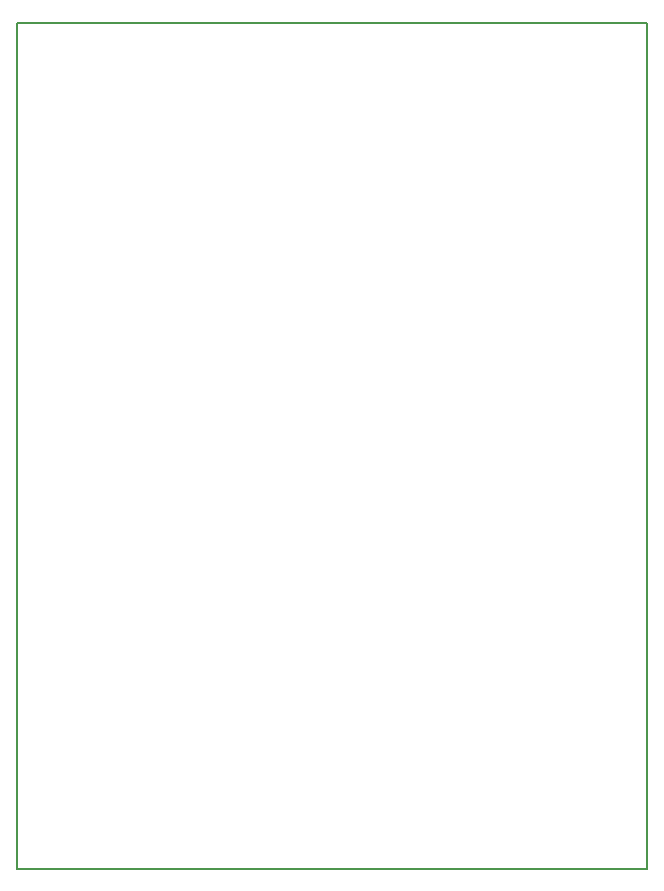
<source format=gbr>
G04 #@! TF.FileFunction,*
%FSLAX46Y46*%
G04 Gerber Fmt 4.6, Leading zero omitted, Abs format (unit mm)*
G04 Created by KiCad (PCBNEW 0.201503020946+5465~21~ubuntu14.04.1-product) date Mon 16 Mär 2015 16:05:42 CET*
%MOMM*%
G01*
G04 APERTURE LIST*
%ADD10C,0.100000*%
%ADD11C,0.200000*%
G04 APERTURE END LIST*
D10*
D11*
X53340000Y71628000D02*
X0Y71628000D01*
X53340000Y0D02*
X53340000Y71628000D01*
X0Y0D02*
X53340000Y0D01*
X0Y71628000D02*
X0Y0D01*
M02*

</source>
